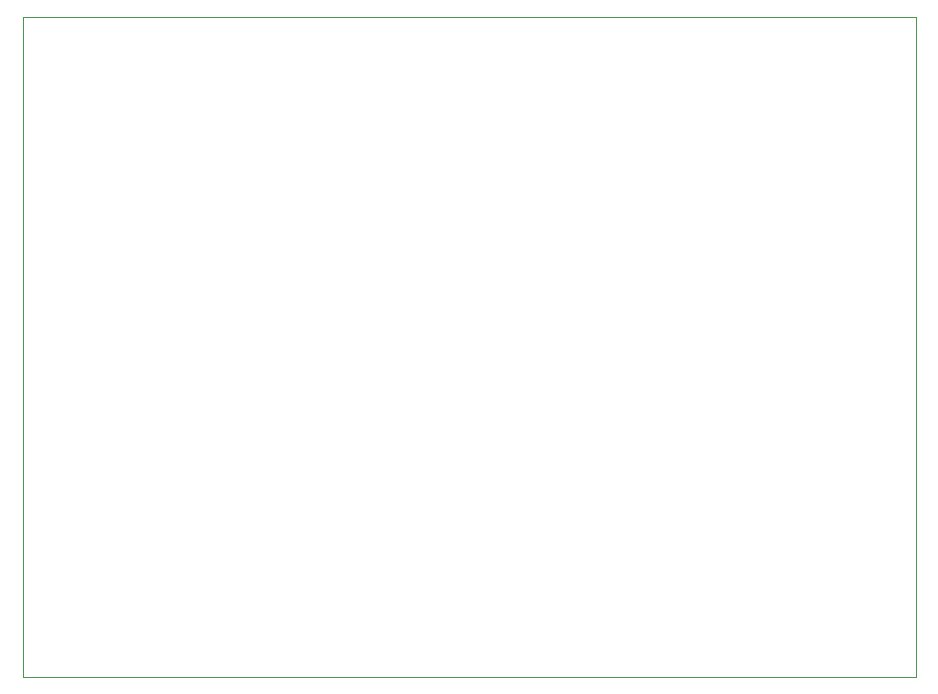
<source format=gko>
G04 Layer_Color=16720538*
%FSLAX25Y25*%
%MOIN*%
G70*
G01*
G75*
%ADD42C,0.00394*%
D42*
Y234529D02*
X297521D01*
X0D02*
Y454447D01*
X297521D01*
Y234529D02*
Y454447D01*
M02*

</source>
